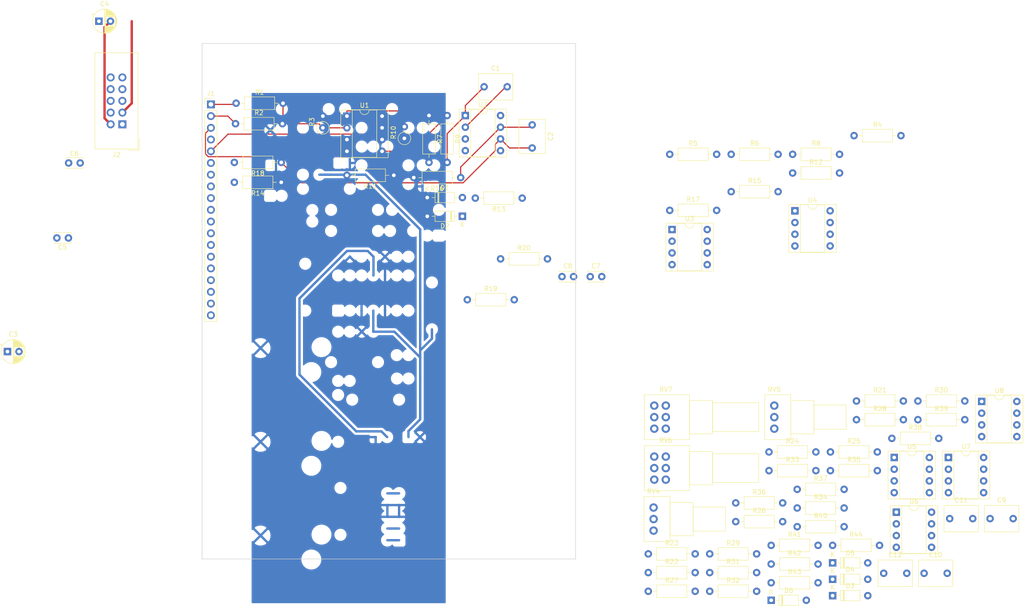
<source format=kicad_pcb>
(kicad_pcb (version 20171130) (host pcbnew 5.1.6-c6e7f7d~86~ubuntu20.04.1)
  (title_block (title Noise) (date 2019-10-20) (rev 01) (comment 1 "Original design by Yves Usson") (comment 2 "PCB for main circuit") (comment 4 "License CC BY 4.0 - Attribution 4.0 International"))
  (layers (0 F.Cu signal) (31 B.Cu signal hide) (34 B.Paste user) (35 F.Paste user) (36 B.SilkS user) (37 F.SilkS user) (38 B.Mask user) (39 F.Mask user) (44 Edge.Cuts user))
  (net 0 "")
  (net 1 GND)
  (net 2 +15V)
  (net 3 -15V)
  (net 4 +5V)
  (net 5 "Net-(D1-Pad2)")
  (net 6 "Net-(R1-Pad2)")
  (net 7 /VREF)
  (net 8 "Net-(R12-Pad2)")
  (net 9 "Net-(C1-Pad2)")
  (net 10 "Net-(C1-Pad1)")
  (net 11 "Net-(C2-Pad2)")
  (net 12 FREQ_2_b)
  (net 13 "Net-(C9-Pad2)")
  (net 14 "Net-(C9-Pad1)")
  (net 15 "Net-(C10-Pad2)")
  (net 16 "Net-(C10-Pad1)")
  (net 17 "Net-(C11-Pad2)")
  (net 18 OUT_2)
  (net 19 "Net-(C12-Pad2)")
  (net 20 OUT_3)
  (net 21 RES_1_a)
  (net 22 "Net-(D3-Pad2)")
  (net 23 "Net-(D3-Pad1)")
  (net 24 "Net-(D5-Pad2)")
  (net 25 "Net-(D5-Pad1)")
  (net 26 FREQ_2_a)
  (net 27 FREQ_1_b)
  (net 28 FREQ_1_a)
  (net 29 RES_2_b)
  (net 30 IN_1_b)
  (net 31 IN_1_a)
  (net 32 "Net-(R3-Pad2)")
  (net 33 "Net-(R4-Pad1)")
  (net 34 "Net-(R10-Pad1)")
  (net 35 "Net-(R12-Pad1)")
  (net 36 OUT)
  (net 37 "Net-(R17-Pad2)")
  (net 38 "Net-(R21-Pad2)")
  (net 39 "Net-(R23-Pad2)")
  (net 40 "Net-(R25-Pad2)")
  (net 41 "Net-(R26-Pad2)")
  (net 42 "Net-(R27-Pad1)")
  (net 43 "Net-(R29-Pad1)")
  (net 44 "Net-(R31-Pad1)")
  (net 45 "Net-(R32-Pad2)")
  (net 46 "Net-(R33-Pad1)")
  (net 47 "Net-(R34-Pad2)")
  (net 48 "Net-(R39-Pad2)")
  (net 49 "Net-(R40-Pad2)")
  (net 50 "Net-(R41-Pad2)")
  (net 51 "Net-(R42-Pad2)")
  (net 52 "Net-(R43-Pad2)")
  (net 53 "Net-(R44-Pad2)")
  (module Resistor_THT:R_Axial_DIN0207_L6.3mm_D2.5mm_P2.54mm_Vertical (layer F.Cu) (at 84.455 61.214 90)
    (fp_text reference R10 (at 1.27 -2.37 90) (layer F.SilkS))
    (fp_text value 10k)
    (pad 2 thru_hole oval (at 2.54 0 90) (size 1.6 1.6) (drill 0.8) (layers *.Cu *.Mask) (net 28 FREQ_1_a))
    (pad 1 thru_hole circle (at 0 0 90) (size 1.6 1.6) (drill 0.8) (layers *.Cu *.Mask) (net 34 "Net-(R10-Pad1)"))
  )
  (module Resistor_THT:R_Axial_DIN0207_L6.3mm_D2.5mm_P2.54mm_Vertical (layer F.Cu) (at 66.802 58.928 90)
    (fp_text reference R3 (at 1.27 -2.37 90) (layer F.SilkS))
    (fp_text value 47k)
    (pad 2 thru_hole oval (at 2.54 0 90) (size 1.6 1.6) (drill 0.8) (layers *.Cu *.Mask) (net 32 "Net-(R3-Pad2)"))
    (pad 1 thru_hole circle (at 0 0 90) (size 1.6 1.6) (drill 0.8) (layers *.Cu *.Mask) (net 6 "Net-(R1-Pad2)"))
  )
  (module Package_DIP:DIP-8_W7.62mm_Socket (layer F.Cu) (at 209.51 118.25)
    (fp_text reference U8 (at 3.81 -2.33) (layer F.SilkS))
    (fp_text value TL072)
    (pad 8 thru_hole oval (at 7.62 0) (size 1.6 1.6) (drill 0.8) (layers *.Cu *.Mask))
    (pad 4 thru_hole oval (at 0 7.62) (size 1.6 1.6) (drill 0.8) (layers *.Cu *.Mask))
    (pad 7 thru_hole oval (at 7.62 2.54) (size 1.6 1.6) (drill 0.8) (layers *.Cu *.Mask) (net 20 OUT_3))
    (pad 3 thru_hole oval (at 0 5.08) (size 1.6 1.6) (drill 0.8) (layers *.Cu *.Mask))
    (pad 6 thru_hole oval (at 7.62 5.08) (size 1.6 1.6) (drill 0.8) (layers *.Cu *.Mask) (net 19 "Net-(C12-Pad2)"))
    (pad 2 thru_hole oval (at 0 2.54) (size 1.6 1.6) (drill 0.8) (layers *.Cu *.Mask))
    (pad 5 thru_hole oval (at 7.62 7.62) (size 1.6 1.6) (drill 0.8) (layers *.Cu *.Mask) (net 1 GND))
    (pad 1 thru_hole rect (at 0 0) (size 1.6 1.6) (drill 0.8) (layers *.Cu *.Mask))
  )
  (module Package_DIP:DIP-8_W7.62mm_Socket (layer F.Cu) (at 202.31 130.4)
    (fp_text reference U7 (at 3.81 -2.33) (layer F.SilkS))
    (fp_text value TL072)
    (pad 8 thru_hole oval (at 7.62 0) (size 1.6 1.6) (drill 0.8) (layers *.Cu *.Mask))
    (pad 4 thru_hole oval (at 0 7.62) (size 1.6 1.6) (drill 0.8) (layers *.Cu *.Mask))
    (pad 7 thru_hole oval (at 7.62 2.54) (size 1.6 1.6) (drill 0.8) (layers *.Cu *.Mask) (net 18 OUT_2))
    (pad 3 thru_hole oval (at 0 5.08) (size 1.6 1.6) (drill 0.8) (layers *.Cu *.Mask))
    (pad 6 thru_hole oval (at 7.62 5.08) (size 1.6 1.6) (drill 0.8) (layers *.Cu *.Mask) (net 17 "Net-(C11-Pad2)"))
    (pad 2 thru_hole oval (at 0 2.54) (size 1.6 1.6) (drill 0.8) (layers *.Cu *.Mask))
    (pad 5 thru_hole oval (at 7.62 7.62) (size 1.6 1.6) (drill 0.8) (layers *.Cu *.Mask) (net 1 GND))
    (pad 1 thru_hole rect (at 0 0) (size 1.6 1.6) (drill 0.8) (layers *.Cu *.Mask))
  )
  (module Package_DIP:DIP-8_W7.62mm_Socket (layer F.Cu) (at 191.03 142.25)
    (fp_text reference U6 (at 3.81 -2.33) (layer F.SilkS))
    (fp_text value TL072)
    (pad 8 thru_hole oval (at 7.62 0) (size 1.6 1.6) (drill 0.8) (layers *.Cu *.Mask))
    (pad 4 thru_hole oval (at 0 7.62) (size 1.6 1.6) (drill 0.8) (layers *.Cu *.Mask))
    (pad 7 thru_hole oval (at 7.62 2.54) (size 1.6 1.6) (drill 0.8) (layers *.Cu *.Mask) (net 47 "Net-(R34-Pad2)"))
    (pad 3 thru_hole oval (at 0 5.08) (size 1.6 1.6) (drill 0.8) (layers *.Cu *.Mask) (net 1 GND))
    (pad 6 thru_hole oval (at 7.62 5.08) (size 1.6 1.6) (drill 0.8) (layers *.Cu *.Mask) (net 46 "Net-(R33-Pad1)"))
    (pad 2 thru_hole oval (at 0 2.54) (size 1.6 1.6) (drill 0.8) (layers *.Cu *.Mask) (net 15 "Net-(C10-Pad2)"))
    (pad 5 thru_hole oval (at 7.62 7.62) (size 1.6 1.6) (drill 0.8) (layers *.Cu *.Mask) (net 25 "Net-(D5-Pad1)"))
    (pad 1 thru_hole rect (at 0 0) (size 1.6 1.6) (drill 0.8) (layers *.Cu *.Mask) (net 16 "Net-(C10-Pad1)"))
  )
  (module Package_DIP:DIP-8_W7.62mm_Socket (layer F.Cu) (at 190.56 130.4)
    (fp_text reference U5 (at 3.81 -2.33) (layer F.SilkS))
    (fp_text value TL072)
    (pad 8 thru_hole oval (at 7.62 0) (size 1.6 1.6) (drill 0.8) (layers *.Cu *.Mask))
    (pad 4 thru_hole oval (at 0 7.62) (size 1.6 1.6) (drill 0.8) (layers *.Cu *.Mask))
    (pad 7 thru_hole oval (at 7.62 2.54) (size 1.6 1.6) (drill 0.8) (layers *.Cu *.Mask) (net 45 "Net-(R32-Pad2)"))
    (pad 3 thru_hole oval (at 0 5.08) (size 1.6 1.6) (drill 0.8) (layers *.Cu *.Mask) (net 1 GND))
    (pad 6 thru_hole oval (at 7.62 5.08) (size 1.6 1.6) (drill 0.8) (layers *.Cu *.Mask) (net 44 "Net-(R31-Pad1)"))
    (pad 2 thru_hole oval (at 0 2.54) (size 1.6 1.6) (drill 0.8) (layers *.Cu *.Mask) (net 13 "Net-(C9-Pad2)"))
    (pad 5 thru_hole oval (at 7.62 7.62) (size 1.6 1.6) (drill 0.8) (layers *.Cu *.Mask) (net 23 "Net-(D3-Pad1)"))
    (pad 1 thru_hole rect (at 0 0) (size 1.6 1.6) (drill 0.8) (layers *.Cu *.Mask) (net 14 "Net-(C9-Pad1)"))
  )
  (module Package_DIP:DIP-8_W7.62mm_Socket (layer F.Cu) (at 169.06 76.92)
    (fp_text reference U4 (at 3.81 -2.33) (layer F.SilkS))
    (fp_text value TL072)
    (pad 8 thru_hole oval (at 7.62 0) (size 1.6 1.6) (drill 0.8) (layers *.Cu *.Mask))
    (pad 4 thru_hole oval (at 0 7.62) (size 1.6 1.6) (drill 0.8) (layers *.Cu *.Mask))
    (pad 7 thru_hole oval (at 7.62 2.54) (size 1.6 1.6) (drill 0.8) (layers *.Cu *.Mask) (net 8 "Net-(R12-Pad2)"))
    (pad 3 thru_hole oval (at 0 5.08) (size 1.6 1.6) (drill 0.8) (layers *.Cu *.Mask) (net 1 GND))
    (pad 6 thru_hole oval (at 7.62 5.08) (size 1.6 1.6) (drill 0.8) (layers *.Cu *.Mask) (net 33 "Net-(R4-Pad1)"))
    (pad 2 thru_hole oval (at 0 2.54) (size 1.6 1.6) (drill 0.8) (layers *.Cu *.Mask) (net 39 "Net-(R23-Pad2)"))
    (pad 5 thru_hole oval (at 7.62 7.62) (size 1.6 1.6) (drill 0.8) (layers *.Cu *.Mask) (net 1 GND))
    (pad 1 thru_hole rect (at 0 0) (size 1.6 1.6) (drill 0.8) (layers *.Cu *.Mask) (net 41 "Net-(R26-Pad2)"))
  )
  (module Package_DIP:DIP-8_W7.62mm_Socket (layer F.Cu) (at 142.44 80.97)
    (fp_text reference U3 (at 3.81 -2.33) (layer F.SilkS))
    (fp_text value TL072)
    (pad 8 thru_hole oval (at 7.62 0) (size 1.6 1.6) (drill 0.8) (layers *.Cu *.Mask))
    (pad 4 thru_hole oval (at 0 7.62) (size 1.6 1.6) (drill 0.8) (layers *.Cu *.Mask))
    (pad 7 thru_hole oval (at 7.62 2.54) (size 1.6 1.6) (drill 0.8) (layers *.Cu *.Mask) (net 37 "Net-(R17-Pad2)"))
    (pad 3 thru_hole oval (at 0 5.08) (size 1.6 1.6) (drill 0.8) (layers *.Cu *.Mask) (net 1 GND))
    (pad 6 thru_hole oval (at 7.62 5.08) (size 1.6 1.6) (drill 0.8) (layers *.Cu *.Mask) (net 35 "Net-(R12-Pad1)"))
    (pad 2 thru_hole oval (at 0 2.54) (size 1.6 1.6) (drill 0.8) (layers *.Cu *.Mask) (net 38 "Net-(R21-Pad2)"))
    (pad 5 thru_hole oval (at 7.62 7.62) (size 1.6 1.6) (drill 0.8) (layers *.Cu *.Mask) (net 1 GND))
    (pad 1 thru_hole rect (at 0 0) (size 1.6 1.6) (drill 0.8) (layers *.Cu *.Mask) (net 40 "Net-(R25-Pad2)"))
  )
  (module Potentiometer_THT:Potentiometer_Alps_RK097_Dual_Horizontal (layer F.Cu) (at 141.09 124.15)
    (fp_text reference RV7 (at 0 -8.5) (layer F.SilkS))
    (fp_text value 100k)
    (pad 4 thru_hole circle (at -2.5 0) (size 1.8 1.8) (drill 1) (layers *.Cu *.Mask) (net 49 "Net-(R40-Pad2)"))
    (pad 5 thru_hole circle (at -2.5 -2.5) (size 1.8 1.8) (drill 1) (layers *.Cu *.Mask) (net 49 "Net-(R40-Pad2)"))
    (pad 6 thru_hole circle (at -2.5 -5) (size 1.8 1.8) (drill 1) (layers *.Cu *.Mask) (net 20 OUT_3))
    (pad 1 thru_hole circle (at 0 0) (size 1.8 1.8) (drill 1) (layers *.Cu *.Mask) (net 47 "Net-(R34-Pad2)"))
    (pad 2 thru_hole circle (at 0 -2.5) (size 1.8 1.8) (drill 1) (layers *.Cu *.Mask) (net 47 "Net-(R34-Pad2)"))
    (pad 3 thru_hole circle (at 0 -5) (size 1.8 1.8) (drill 1) (layers *.Cu *.Mask) (net 53 "Net-(R44-Pad2)"))
  )
  (module Potentiometer_THT:Potentiometer_Alps_RK097_Dual_Horizontal (layer F.Cu) (at 141.09 135.2)
    (fp_text reference RV6 (at 0 -8.5) (layer F.SilkS))
    (fp_text value 100k)
    (pad 4 thru_hole circle (at -2.5 0) (size 1.8 1.8) (drill 1) (layers *.Cu *.Mask) (net 48 "Net-(R39-Pad2)"))
    (pad 5 thru_hole circle (at -2.5 -2.5) (size 1.8 1.8) (drill 1) (layers *.Cu *.Mask) (net 48 "Net-(R39-Pad2)"))
    (pad 6 thru_hole circle (at -2.5 -5) (size 1.8 1.8) (drill 1) (layers *.Cu *.Mask) (net 18 OUT_2))
    (pad 1 thru_hole circle (at 0 0) (size 1.8 1.8) (drill 1) (layers *.Cu *.Mask) (net 45 "Net-(R32-Pad2)"))
    (pad 2 thru_hole circle (at 0 -2.5) (size 1.8 1.8) (drill 1) (layers *.Cu *.Mask) (net 45 "Net-(R32-Pad2)"))
    (pad 3 thru_hole circle (at 0 -5) (size 1.8 1.8) (drill 1) (layers *.Cu *.Mask) (net 52 "Net-(R43-Pad2)"))
  )
  (module Potentiometer_THT:Potentiometer_Alps_RK09Y11_Single_Horizontal (layer F.Cu) (at 164.59 124.15)
    (fp_text reference RV5 (at 0 -8.5) (layer F.SilkS))
    (fp_text value 50k)
    (pad 1 thru_hole circle (at 0 0) (size 1.8 1.8) (drill 1) (layers *.Cu *.Mask) (net 43 "Net-(R29-Pad1)"))
    (pad 2 thru_hole circle (at 0 -2.5) (size 1.8 1.8) (drill 1) (layers *.Cu *.Mask) (net 25 "Net-(D5-Pad1)"))
    (pad 3 thru_hole circle (at 0 -5) (size 1.8 1.8) (drill 1) (layers *.Cu *.Mask) (net 51 "Net-(R42-Pad2)"))
  )
  (module Potentiometer_THT:Potentiometer_Alps_RK09Y11_Single_Horizontal (layer F.Cu) (at 138.44 146.25)
    (fp_text reference RV4 (at 0 -8.5) (layer F.SilkS))
    (fp_text value 50k)
    (pad 1 thru_hole circle (at 0 0) (size 1.8 1.8) (drill 1) (layers *.Cu *.Mask) (net 42 "Net-(R27-Pad1)"))
    (pad 2 thru_hole circle (at 0 -2.5) (size 1.8 1.8) (drill 1) (layers *.Cu *.Mask) (net 23 "Net-(D3-Pad1)"))
    (pad 3 thru_hole circle (at 0 -5) (size 1.8 1.8) (drill 1) (layers *.Cu *.Mask) (net 50 "Net-(R41-Pad2)"))
  )
  (module Resistor_THT:R_Axial_DIN0207_L6.3mm_D2.5mm_P10.16mm_Horizontal (layer F.Cu) (at 177.22 149.45)
    (fp_text reference R44 (at 5.08 -2.37) (layer F.SilkS))
    (fp_text value 680)
    (pad 2 thru_hole oval (at 10.16 0) (size 1.6 1.6) (drill 0.8) (layers *.Cu *.Mask) (net 53 "Net-(R44-Pad2)"))
    (pad 1 thru_hole circle (at 0 0) (size 1.6 1.6) (drill 0.8) (layers *.Cu *.Mask) (net 19 "Net-(C12-Pad2)"))
  )
  (module Resistor_THT:R_Axial_DIN0207_L6.3mm_D2.5mm_P10.16mm_Horizontal (layer F.Cu) (at 163.91 157.55)
    (fp_text reference R43 (at 5.08 -2.37) (layer F.SilkS))
    (fp_text value 680)
    (pad 2 thru_hole oval (at 10.16 0) (size 1.6 1.6) (drill 0.8) (layers *.Cu *.Mask) (net 52 "Net-(R43-Pad2)"))
    (pad 1 thru_hole circle (at 0 0) (size 1.6 1.6) (drill 0.8) (layers *.Cu *.Mask) (net 17 "Net-(C11-Pad2)"))
  )
  (module Resistor_THT:R_Axial_DIN0207_L6.3mm_D2.5mm_P10.16mm_Horizontal (layer F.Cu) (at 163.91 153.5)
    (fp_text reference R42 (at 5.08 -2.37) (layer F.SilkS))
    (fp_text value 22k)
    (pad 2 thru_hole oval (at 10.16 0) (size 1.6 1.6) (drill 0.8) (layers *.Cu *.Mask) (net 51 "Net-(R42-Pad2)"))
    (pad 1 thru_hole circle (at 0 0) (size 1.6 1.6) (drill 0.8) (layers *.Cu *.Mask) (net 20 OUT_3))
  )
  (module Resistor_THT:R_Axial_DIN0207_L6.3mm_D2.5mm_P10.16mm_Horizontal (layer F.Cu) (at 163.91 149.45)
    (fp_text reference R41 (at 5.08 -2.37) (layer F.SilkS))
    (fp_text value 22k)
    (pad 2 thru_hole oval (at 10.16 0) (size 1.6 1.6) (drill 0.8) (layers *.Cu *.Mask) (net 50 "Net-(R41-Pad2)"))
    (pad 1 thru_hole circle (at 0 0) (size 1.6 1.6) (drill 0.8) (layers *.Cu *.Mask) (net 18 OUT_2))
  )
  (module Resistor_THT:R_Axial_DIN0207_L6.3mm_D2.5mm_P10.16mm_Horizontal (layer F.Cu) (at 169.55 145.4)
    (fp_text reference R40 (at 5.08 -2.37) (layer F.SilkS))
    (fp_text value 680)
    (pad 2 thru_hole oval (at 10.16 0) (size 1.6 1.6) (drill 0.8) (layers *.Cu *.Mask) (net 49 "Net-(R40-Pad2)"))
    (pad 1 thru_hole circle (at 0 0) (size 1.6 1.6) (drill 0.8) (layers *.Cu *.Mask) (net 15 "Net-(C10-Pad2)"))
  )
  (module Resistor_THT:R_Axial_DIN0207_L6.3mm_D2.5mm_P10.16mm_Horizontal (layer F.Cu) (at 195.7 122.2)
    (fp_text reference R39 (at 5.08 -2.37) (layer F.SilkS))
    (fp_text value 680)
    (pad 2 thru_hole oval (at 10.16 0) (size 1.6 1.6) (drill 0.8) (layers *.Cu *.Mask) (net 48 "Net-(R39-Pad2)"))
    (pad 1 thru_hole circle (at 0 0) (size 1.6 1.6) (drill 0.8) (layers *.Cu *.Mask) (net 13 "Net-(C9-Pad2)"))
  )
  (module Resistor_THT:R_Axial_DIN0207_L6.3mm_D2.5mm_P10.16mm_Horizontal (layer F.Cu) (at 190.06 126.25)
    (fp_text reference R38 (at 5.08 -2.37) (layer F.SilkS))
    (fp_text value 6k8)
    (pad 2 thru_hole oval (at 10.16 0) (size 1.6 1.6) (drill 0.8) (layers *.Cu *.Mask) (net 24 "Net-(D5-Pad2)"))
    (pad 1 thru_hole circle (at 0 0) (size 1.6 1.6) (drill 0.8) (layers *.Cu *.Mask) (net 20 OUT_3))
  )
  (module Resistor_THT:R_Axial_DIN0207_L6.3mm_D2.5mm_P10.16mm_Horizontal (layer F.Cu) (at 169.55 137.3)
    (fp_text reference R37 (at 5.08 -2.37) (layer F.SilkS))
    (fp_text value 6k8)
    (pad 2 thru_hole oval (at 10.16 0) (size 1.6 1.6) (drill 0.8) (layers *.Cu *.Mask) (net 22 "Net-(D3-Pad2)"))
    (pad 1 thru_hole circle (at 0 0) (size 1.6 1.6) (drill 0.8) (layers *.Cu *.Mask) (net 18 OUT_2))
  )
  (module Resistor_THT:R_Axial_DIN0207_L6.3mm_D2.5mm_P10.16mm_Horizontal (layer F.Cu) (at 156.24 140.25)
    (fp_text reference R36 (at 5.08 -2.37) (layer F.SilkS))
    (fp_text value 15k)
    (pad 2 thru_hole oval (at 10.16 0) (size 1.6 1.6) (drill 0.8) (layers *.Cu *.Mask) (net 1 GND))
    (pad 1 thru_hole circle (at 0 0) (size 1.6 1.6) (drill 0.8) (layers *.Cu *.Mask) (net 24 "Net-(D5-Pad2)"))
  )
  (module Resistor_THT:R_Axial_DIN0207_L6.3mm_D2.5mm_P10.16mm_Horizontal (layer F.Cu) (at 176.75 133.25)
    (fp_text reference R35 (at 5.08 -2.37) (layer F.SilkS))
    (fp_text value 15k)
    (pad 2 thru_hole oval (at 10.16 0) (size 1.6 1.6) (drill 0.8) (layers *.Cu *.Mask) (net 1 GND))
    (pad 1 thru_hole circle (at 0 0) (size 1.6 1.6) (drill 0.8) (layers *.Cu *.Mask) (net 22 "Net-(D3-Pad2)"))
  )
  (module Resistor_THT:R_Axial_DIN0207_L6.3mm_D2.5mm_P10.16mm_Horizontal (layer F.Cu) (at 169.55 141.35)
    (fp_text reference R34 (at 5.08 -2.37) (layer F.SilkS))
    (fp_text value 10k)
    (pad 2 thru_hole oval (at 10.16 0) (size 1.6 1.6) (drill 0.8) (layers *.Cu *.Mask) (net 47 "Net-(R34-Pad2)"))
    (pad 1 thru_hole circle (at 0 0) (size 1.6 1.6) (drill 0.8) (layers *.Cu *.Mask) (net 46 "Net-(R33-Pad1)"))
  )
  (module Resistor_THT:R_Axial_DIN0207_L6.3mm_D2.5mm_P10.16mm_Horizontal (layer F.Cu) (at 163.44 133.25)
    (fp_text reference R33 (at 5.08 -2.37) (layer F.SilkS))
    (fp_text value 10k)
    (pad 2 thru_hole oval (at 10.16 0) (size 1.6 1.6) (drill 0.8) (layers *.Cu *.Mask) (net 16 "Net-(C10-Pad1)"))
    (pad 1 thru_hole circle (at 0 0) (size 1.6 1.6) (drill 0.8) (layers *.Cu *.Mask) (net 46 "Net-(R33-Pad1)"))
  )
  (module Resistor_THT:R_Axial_DIN0207_L6.3mm_D2.5mm_P10.16mm_Horizontal (layer F.Cu) (at 150.6 159.4)
    (fp_text reference R32 (at 5.08 -2.37) (layer F.SilkS))
    (fp_text value 10k)
    (pad 2 thru_hole oval (at 10.16 0) (size 1.6 1.6) (drill 0.8) (layers *.Cu *.Mask) (net 45 "Net-(R32-Pad2)"))
    (pad 1 thru_hole circle (at 0 0) (size 1.6 1.6) (drill 0.8) (layers *.Cu *.Mask) (net 44 "Net-(R31-Pad1)"))
  )
  (module Resistor_THT:R_Axial_DIN0207_L6.3mm_D2.5mm_P10.16mm_Horizontal (layer F.Cu) (at 150.6 155.35)
    (fp_text reference R31 (at 5.08 -2.37) (layer F.SilkS))
    (fp_text value 10k)
    (pad 2 thru_hole oval (at 10.16 0) (size 1.6 1.6) (drill 0.8) (layers *.Cu *.Mask) (net 14 "Net-(C9-Pad1)"))
    (pad 1 thru_hole circle (at 0 0) (size 1.6 1.6) (drill 0.8) (layers *.Cu *.Mask) (net 44 "Net-(R31-Pad1)"))
  )
  (module Resistor_THT:R_Axial_DIN0207_L6.3mm_D2.5mm_P10.16mm_Horizontal (layer F.Cu) (at 195.7 118.15)
    (fp_text reference R30 (at 5.08 -2.37) (layer F.SilkS))
    (fp_text value 10k)
    (pad 2 thru_hole oval (at 10.16 0) (size 1.6 1.6) (drill 0.8) (layers *.Cu *.Mask) (net 25 "Net-(D5-Pad1)"))
    (pad 1 thru_hole circle (at 0 0) (size 1.6 1.6) (drill 0.8) (layers *.Cu *.Mask) (net 41 "Net-(R26-Pad2)"))
  )
  (module Resistor_THT:R_Axial_DIN0207_L6.3mm_D2.5mm_P10.16mm_Horizontal (layer F.Cu) (at 150.6 151.3)
    (fp_text reference R29 (at 5.08 -2.37) (layer F.SilkS))
    (fp_text value 4k7)
    (pad 2 thru_hole oval (at 10.16 0) (size 1.6 1.6) (drill 0.8) (layers *.Cu *.Mask) (net 1 GND))
    (pad 1 thru_hole circle (at 0 0) (size 1.6 1.6) (drill 0.8) (layers *.Cu *.Mask) (net 43 "Net-(R29-Pad1)"))
  )
  (module Resistor_THT:R_Axial_DIN0207_L6.3mm_D2.5mm_P10.16mm_Horizontal (layer F.Cu) (at 182.39 122.2)
    (fp_text reference R28 (at 5.08 -2.37) (layer F.SilkS))
    (fp_text value 10k)
    (pad 2 thru_hole oval (at 10.16 0) (size 1.6 1.6) (drill 0.8) (layers *.Cu *.Mask) (net 23 "Net-(D3-Pad1)"))
    (pad 1 thru_hole circle (at 0 0) (size 1.6 1.6) (drill 0.8) (layers *.Cu *.Mask) (net 40 "Net-(R25-Pad2)"))
  )
  (module Resistor_THT:R_Axial_DIN0207_L6.3mm_D2.5mm_P10.16mm_Horizontal (layer F.Cu) (at 137.29 159.4)
    (fp_text reference R27 (at 5.08 -2.37) (layer F.SilkS))
    (fp_text value 4k7)
    (pad 2 thru_hole oval (at 10.16 0) (size 1.6 1.6) (drill 0.8) (layers *.Cu *.Mask) (net 1 GND))
    (pad 1 thru_hole circle (at 0 0) (size 1.6 1.6) (drill 0.8) (layers *.Cu *.Mask) (net 42 "Net-(R27-Pad1)"))
  )
  (module Resistor_THT:R_Axial_DIN0207_L6.3mm_D2.5mm_P10.16mm_Horizontal (layer F.Cu) (at 156.24 144.3)
    (fp_text reference R26 (at 5.08 -2.37) (layer F.SilkS))
    (fp_text value 47k)
    (pad 2 thru_hole oval (at 10.16 0) (size 1.6 1.6) (drill 0.8) (layers *.Cu *.Mask) (net 41 "Net-(R26-Pad2)"))
    (pad 1 thru_hole circle (at 0 0) (size 1.6 1.6) (drill 0.8) (layers *.Cu *.Mask) (net 39 "Net-(R23-Pad2)"))
  )
  (module Resistor_THT:R_Axial_DIN0207_L6.3mm_D2.5mm_P10.16mm_Horizontal (layer F.Cu) (at 176.75 129.2)
    (fp_text reference R25 (at 5.08 -2.37) (layer F.SilkS))
    (fp_text value 47k)
    (pad 2 thru_hole oval (at 10.16 0) (size 1.6 1.6) (drill 0.8) (layers *.Cu *.Mask) (net 40 "Net-(R25-Pad2)"))
    (pad 1 thru_hole circle (at 0 0) (size 1.6 1.6) (drill 0.8) (layers *.Cu *.Mask) (net 38 "Net-(R21-Pad2)"))
  )
  (module Resistor_THT:R_Axial_DIN0207_L6.3mm_D2.5mm_P10.16mm_Horizontal (layer F.Cu) (at 163.44 129.2)
    (fp_text reference R24 (at 5.08 -2.37) (layer F.SilkS))
    (fp_text value 47k)
    (pad 2 thru_hole oval (at 10.16 0) (size 1.6 1.6) (drill 0.8) (layers *.Cu *.Mask) (net 39 "Net-(R23-Pad2)"))
    (pad 1 thru_hole circle (at 0 0) (size 1.6 1.6) (drill 0.8) (layers *.Cu *.Mask))
  )
  (module Resistor_THT:R_Axial_DIN0207_L6.3mm_D2.5mm_P10.16mm_Horizontal (layer F.Cu) (at 137.29 151.3)
    (fp_text reference R23 (at 5.08 -2.37) (layer F.SilkS))
    (fp_text value 47k)
    (pad 2 thru_hole oval (at 10.16 0) (size 1.6 1.6) (drill 0.8) (layers *.Cu *.Mask) (net 39 "Net-(R23-Pad2)"))
    (pad 1 thru_hole circle (at 0 0) (size 1.6 1.6) (drill 0.8) (layers *.Cu *.Mask))
  )
  (module Resistor_THT:R_Axial_DIN0207_L6.3mm_D2.5mm_P10.16mm_Horizontal (layer F.Cu) (at 137.29 155.35)
    (fp_text reference R22 (at 5.08 -2.37) (layer F.SilkS))
    (fp_text value 47k)
    (pad 2 thru_hole oval (at 10.16 0) (size 1.6 1.6) (drill 0.8) (layers *.Cu *.Mask) (net 38 "Net-(R21-Pad2)"))
    (pad 1 thru_hole circle (at 0 0) (size 1.6 1.6) (drill 0.8) (layers *.Cu *.Mask))
  )
  (module Resistor_THT:R_Axial_DIN0207_L6.3mm_D2.5mm_P10.16mm_Horizontal (layer F.Cu) (at 182.39 118.15)
    (fp_text reference R21 (at 5.08 -2.37) (layer F.SilkS))
    (fp_text value 47k)
    (pad 2 thru_hole oval (at 10.16 0) (size 1.6 1.6) (drill 0.8) (layers *.Cu *.Mask) (net 38 "Net-(R21-Pad2)"))
    (pad 1 thru_hole circle (at 0 0) (size 1.6 1.6) (drill 0.8) (layers *.Cu *.Mask))
  )
  (module Resistor_THT:R_Axial_DIN0207_L6.3mm_D2.5mm_P10.16mm_Horizontal (layer F.Cu) (at 57.785 66.421 180)
    (fp_text reference R18 (at 5.08 -2.37) (layer F.SilkS))
    (fp_text value 680)
    (pad 2 thru_hole oval (at 10.16 0 180) (size 1.6 1.6) (drill 0.8) (layers *.Cu *.Mask) (net 27 FREQ_1_b))
    (pad 1 thru_hole circle (at 0 0 180) (size 1.6 1.6) (drill 0.8) (layers *.Cu *.Mask) (net 11 "Net-(C2-Pad2)"))
  )
  (module Resistor_THT:R_Axial_DIN0207_L6.3mm_D2.5mm_P10.16mm_Horizontal (layer F.Cu) (at 141.94 76.82)
    (fp_text reference R17 (at 5.08 -2.37) (layer F.SilkS))
    (fp_text value 100k)
    (pad 2 thru_hole oval (at 10.16 0) (size 1.6 1.6) (drill 0.8) (layers *.Cu *.Mask) (net 37 "Net-(R17-Pad2)"))
    (pad 1 thru_hole circle (at 0 0) (size 1.6 1.6) (drill 0.8) (layers *.Cu *.Mask) (net 36 OUT))
  )
  (module Resistor_THT:R_Axial_DIN0207_L6.3mm_D2.5mm_P10.16mm_Horizontal (layer F.Cu) (at 96.647 69.723 180)
    (fp_text reference R16 (at 5.08 -2.37) (layer F.SilkS))
    (fp_text value 22k)
    (pad 2 thru_hole oval (at 10.16 0 180) (size 1.6 1.6) (drill 0.8) (layers *.Cu *.Mask) (net 29 RES_2_b))
    (pad 1 thru_hole circle (at 0 0 180) (size 1.6 1.6) (drill 0.8) (layers *.Cu *.Mask) (net 12 FREQ_2_b))
  )
  (module Resistor_THT:R_Axial_DIN0207_L6.3mm_D2.5mm_P10.16mm_Horizontal (layer F.Cu) (at 155.25 72.77)
    (fp_text reference R15 (at 5.08 -2.37) (layer F.SilkS))
    (fp_text value 100k)
    (pad 2 thru_hole oval (at 10.16 0) (size 1.6 1.6) (drill 0.8) (layers *.Cu *.Mask) (net 35 "Net-(R12-Pad1)"))
    (pad 1 thru_hole circle (at 0 0) (size 1.6 1.6) (drill 0.8) (layers *.Cu *.Mask) (net 36 OUT))
  )
  (module Resistor_THT:R_Axial_DIN0207_L6.3mm_D2.5mm_P10.16mm_Horizontal (layer F.Cu) (at 57.785 70.739 180)
    (fp_text reference R14 (at 5.08 -2.37) (layer F.SilkS))
    (fp_text value 680)
    (pad 2 thru_hole oval (at 10.16 0 180) (size 1.6 1.6) (drill 0.8) (layers *.Cu *.Mask) (net 26 FREQ_2_a))
    (pad 1 thru_hole circle (at 0 0 180) (size 1.6 1.6) (drill 0.8) (layers *.Cu *.Mask) (net 9 "Net-(C1-Pad2)"))
  )
  (module Resistor_THT:R_Axial_DIN0207_L6.3mm_D2.5mm_P10.16mm_Horizontal (layer F.Cu) (at 109.982 74.168 180)
    (fp_text reference R13 (at 5.08 -2.37) (layer F.SilkS))
    (fp_text value 6k8)
    (pad 2 thru_hole oval (at 10.16 0 180) (size 1.6 1.6) (drill 0.8) (layers *.Cu *.Mask) (net 5 "Net-(D1-Pad2)"))
    (pad 1 thru_hole circle (at 0 0 180) (size 1.6 1.6) (drill 0.8) (layers *.Cu *.Mask) (net 12 FREQ_2_b))
  )
  (module Resistor_THT:R_Axial_DIN0207_L6.3mm_D2.5mm_P10.16mm_Horizontal (layer F.Cu) (at 168.56 68.72)
    (fp_text reference R12 (at 5.08 -2.37) (layer F.SilkS))
    (fp_text value 100k)
    (pad 2 thru_hole oval (at 10.16 0) (size 1.6 1.6) (drill 0.8) (layers *.Cu *.Mask) (net 8 "Net-(R12-Pad2)"))
    (pad 1 thru_hole circle (at 0 0) (size 1.6 1.6) (drill 0.8) (layers *.Cu *.Mask) (net 35 "Net-(R12-Pad1)"))
  )
  (module Resistor_THT:R_Axial_DIN0207_L6.3mm_D2.5mm_P10.16mm_Horizontal (layer F.Cu) (at 82.169 69.215 180)
    (fp_text reference R11 (at 5.08 -2.37) (layer F.SilkS))
    (fp_text value 15k)
    (pad 2 thru_hole oval (at 10.16 0 180) (size 1.6 1.6) (drill 0.8) (layers *.Cu *.Mask) (net 1 GND))
    (pad 1 thru_hole circle (at 0 0 180) (size 1.6 1.6) (drill 0.8) (layers *.Cu *.Mask) (net 5 "Net-(D1-Pad2)"))
  )
  (module Resistor_THT:R_Axial_DIN0207_L6.3mm_D2.5mm_P10.16mm_Horizontal (layer F.Cu) (at 93.726 56.261 270)
    (fp_text reference R9 (at 5.08 -2.37 90) (layer F.SilkS))
    (fp_text value 10k)
    (pad 2 thru_hole oval (at 10.16 0 270) (size 1.6 1.6) (drill 0.8) (layers *.Cu *.Mask) (net 10 "Net-(C1-Pad1)"))
    (pad 1 thru_hole circle (at 0 0 270) (size 1.6 1.6) (drill 0.8) (layers *.Cu *.Mask) (net 34 "Net-(R10-Pad1)"))
  )
  (module Resistor_THT:R_Axial_DIN0207_L6.3mm_D2.5mm_P10.16mm_Horizontal (layer F.Cu) (at 168.56 64.67)
    (fp_text reference R8 (at 5.08 -2.37) (layer F.SilkS))
    (fp_text value 100k)
    (pad 2 thru_hole oval (at 10.16 0) (size 1.6 1.6) (drill 0.8) (layers *.Cu *.Mask) (net 33 "Net-(R4-Pad1)"))
    (pad 1 thru_hole circle (at 0 0) (size 1.6 1.6) (drill 0.8) (layers *.Cu *.Mask) (net 8 "Net-(R12-Pad2)"))
  )
  (module Resistor_THT:R_Axial_DIN0207_L6.3mm_D2.5mm_P10.16mm_Horizontal (layer F.Cu) (at 89.789 56.261 270)
    (fp_text reference R7 (at 5.08 -2.37 90) (layer F.SilkS))
    (fp_text value 10k)
    (pad 2 thru_hole oval (at 10.16 0 270) (size 1.6 1.6) (drill 0.8) (layers *.Cu *.Mask) (net 21 RES_1_a))
    (pad 1 thru_hole circle (at 0 0 270) (size 1.6 1.6) (drill 0.8) (layers *.Cu *.Mask) (net 32 "Net-(R3-Pad2)"))
  )
  (module Resistor_THT:R_Axial_DIN0207_L6.3mm_D2.5mm_P10.16mm_Horizontal (layer F.Cu) (at 155.25 64.67)
    (fp_text reference R6 (at 5.08 -2.37) (layer F.SilkS))
    (fp_text value 100k)
    (pad 2 thru_hole oval (at 10.16 0) (size 1.6 1.6) (drill 0.8) (layers *.Cu *.Mask))
    (pad 1 thru_hole circle (at 0 0) (size 1.6 1.6) (drill 0.8) (layers *.Cu *.Mask) (net 33 "Net-(R4-Pad1)"))
  )
  (module Resistor_THT:R_Axial_DIN0207_L6.3mm_D2.5mm_P10.16mm_Horizontal (layer F.Cu) (at 141.94 64.67)
    (fp_text reference R5 (at 5.08 -2.37) (layer F.SilkS))
    (fp_text value 100k)
    (pad 2 thru_hole oval (at 10.16 0) (size 1.6 1.6) (drill 0.8) (layers *.Cu *.Mask))
    (pad 1 thru_hole circle (at 0 0) (size 1.6 1.6) (drill 0.8) (layers *.Cu *.Mask) (net 33 "Net-(R4-Pad1)"))
  )
  (module Resistor_THT:R_Axial_DIN0207_L6.3mm_D2.5mm_P10.16mm_Horizontal (layer F.Cu) (at 181.87 60.62)
    (fp_text reference R4 (at 5.08 -2.37) (layer F.SilkS))
    (fp_text value 100k)
    (pad 2 thru_hole oval (at 10.16 0) (size 1.6 1.6) (drill 0.8) (layers *.Cu *.Mask))
    (pad 1 thru_hole circle (at 0 0) (size 1.6 1.6) (drill 0.8) (layers *.Cu *.Mask) (net 33 "Net-(R4-Pad1)"))
  )
  (module Resistor_THT:R_Axial_DIN0207_L6.3mm_D2.5mm_P10.16mm_Horizontal (layer F.Cu) (at 47.879 58.039)
    (fp_text reference R2 (at 5.08 -2.37) (layer F.SilkS))
    (fp_text value 47k)
    (pad 2 thru_hole oval (at 10.16 0) (size 1.6 1.6) (drill 0.8) (layers *.Cu *.Mask) (net 6 "Net-(R1-Pad2)"))
    (pad 1 thru_hole circle (at 0 0) (size 1.6 1.6) (drill 0.8) (layers *.Cu *.Mask) (net 30 IN_1_b))
  )
  (module Resistor_THT:R_Axial_DIN0207_L6.3mm_D2.5mm_P10.16mm_Horizontal (layer F.Cu) (at 48.006 53.594)
    (fp_text reference R1 (at 5.08 -2.37) (layer F.SilkS))
    (fp_text value 47k)
    (pad 2 thru_hole oval (at 10.16 0) (size 1.6 1.6) (drill 0.8) (layers *.Cu *.Mask) (net 6 "Net-(R1-Pad2)"))
    (pad 1 thru_hole circle (at 0 0) (size 1.6 1.6) (drill 0.8) (layers *.Cu *.Mask) (net 31 IN_1_a))
  )
  (module Connector_PinHeader_2.54mm:PinHeader_1x19_P2.54mm_Vertical (layer F.Cu) (at 42.545 53.848)
    (fp_text reference J1 (at 0 -2.33) (layer F.SilkS))
    (fp_text value Conn_01x19_Female)
    (pad 19 thru_hole oval (at 0 45.72) (size 1.7 1.7) (drill 1) (layers *.Cu *.Mask))
    (pad 18 thru_hole oval (at 0 43.18) (size 1.7 1.7) (drill 1) (layers *.Cu *.Mask))
    (pad 17 thru_hole oval (at 0 40.64) (size 1.7 1.7) (drill 1) (layers *.Cu *.Mask))
    (pad 16 thru_hole oval (at 0 38.1) (size 1.7 1.7) (drill 1) (layers *.Cu *.Mask))
    (pad 15 thru_hole oval (at 0 35.56) (size 1.7 1.7) (drill 1) (layers *.Cu *.Mask))
    (pad 14 thru_hole oval (at 0 33.02) (size 1.7 1.7) (drill 1) (layers *.Cu *.Mask))
    (pad 13 thru_hole oval (at 0 30.48) (size 1.7 1.7) (drill 1) (layers *.Cu *.Mask))
    (pad 12 thru_hole oval (at 0 27.94) (size 1.7 1.7) (drill 1) (layers *.Cu *.Mask))
    (pad 11 thru_hole oval (at 0 25.4) (size 1.7 1.7) (drill 1) (layers *.Cu *.Mask))
    (pad 10 thru_hole oval (at 0 22.86) (size 1.7 1.7) (drill 1) (layers *.Cu *.Mask))
    (pad 9 thru_hole oval (at 0 20.32) (size 1.7 1.7) (drill 1) (layers *.Cu *.Mask) (net 12 FREQ_2_b))
    (pad 8 thru_hole oval (at 0 17.78) (size 1.7 1.7) (drill 1) (layers *.Cu *.Mask) (net 12 FREQ_2_b))
    (pad 7 thru_hole oval (at 0 15.24) (size 1.7 1.7) (drill 1) (layers *.Cu *.Mask) (net 26 FREQ_2_a))
    (pad 6 thru_hole oval (at 0 12.7) (size 1.7 1.7) (drill 1) (layers *.Cu *.Mask) (net 27 FREQ_1_b))
    (pad 5 thru_hole oval (at 0 10.16) (size 1.7 1.7) (drill 1) (layers *.Cu *.Mask) (net 28 FREQ_1_a))
    (pad 4 thru_hole oval (at 0 7.62) (size 1.7 1.7) (drill 1) (layers *.Cu *.Mask) (net 29 RES_2_b))
    (pad 3 thru_hole oval (at 0 5.08) (size 1.7 1.7) (drill 1) (layers *.Cu *.Mask) (net 21 RES_1_a))
    (pad 2 thru_hole oval (at 0 2.54) (size 1.7 1.7) (drill 1) (layers *.Cu *.Mask) (net 30 IN_1_b))
    (pad 1 thru_hole rect (at 0 0) (size 1.7 1.7) (drill 1) (layers *.Cu *.Mask) (net 31 IN_1_a))
  )
  (module Diode_THT:D_DO-35_SOD27_P7.62mm_Horizontal (layer F.Cu) (at 163.91 161.35)
    (fp_text reference D6 (at 3.81 -2.12) (layer F.SilkS))
    (fp_text value 1N4148)
    (fp_text user K (at 0 -1.8) (layer F.SilkS))
    (pad 2 thru_hole oval (at 7.62 0) (size 1.6 1.6) (drill 0.8) (layers *.Cu *.Mask) (net 25 "Net-(D5-Pad1)"))
    (pad 1 thru_hole rect (at 0 0) (size 1.6 1.6) (drill 0.8) (layers *.Cu *.Mask) (net 24 "Net-(D5-Pad2)"))
  )
  (module Diode_THT:D_DO-35_SOD27_P7.62mm_Horizontal (layer F.Cu) (at 177.22 153.25)
    (fp_text reference D5 (at 3.81 -2.12) (layer F.SilkS))
    (fp_text value 1N4148)
    (fp_text user K (at 0 -1.8) (layer F.SilkS))
    (pad 2 thru_hole oval (at 7.62 0) (size 1.6 1.6) (drill 0.8) (layers *.Cu *.Mask) (net 24 "Net-(D5-Pad2)"))
    (pad 1 thru_hole rect (at 0 0) (size 1.6 1.6) (drill 0.8) (layers *.Cu *.Mask) (net 25 "Net-(D5-Pad1)"))
  )
  (module Diode_THT:D_DO-35_SOD27_P7.62mm_Horizontal (layer F.Cu) (at 177.22 156.8)
    (fp_text reference D4 (at 3.81 -2.12) (layer F.SilkS))
    (fp_text value 1N4148)
    (fp_text user K (at 0 -1.8) (layer F.SilkS))
    (pad 2 thru_hole oval (at 7.62 0) (size 1.6 1.6) (drill 0.8) (layers *.Cu *.Mask) (net 23 "Net-(D3-Pad1)"))
    (pad 1 thru_hole rect (at 0 0) (size 1.6 1.6) (drill 0.8) (layers *.Cu *.Mask) (net 22 "Net-(D3-Pad2)"))
  )
  (module Diode_THT:D_DO-35_SOD27_P7.62mm_Horizontal (layer F.Cu) (at 177.22 160.35)
    (fp_text reference D3 (at 3.81 -2.12) (layer F.SilkS))
    (fp_text value 1N4148)
    (fp_text user K (at 0 -1.8) (layer F.SilkS))
    (pad 2 thru_hole oval (at 7.62 0) (size 1.6 1.6) (drill 0.8) (layers *.Cu *.Mask) (net 22 "Net-(D3-Pad2)"))
    (pad 1 thru_hole rect (at 0 0) (size 1.6 1.6) (drill 0.8) (layers *.Cu *.Mask) (net 23 "Net-(D3-Pad1)"))
  )
  (module Diode_THT:D_DO-35_SOD27_P7.62mm_Horizontal (layer F.Cu) (at 97.028 78.105 180)
    (fp_text reference D2 (at 3.81 -2.12) (layer F.SilkS))
    (fp_text value 1N4148)
    (fp_text user K (at 0 -1.8) (layer F.SilkS))
    (pad 2 thru_hole oval (at 7.62 0 180) (size 1.6 1.6) (drill 0.8) (layers *.Cu *.Mask) (net 21 RES_1_a))
    (pad 1 thru_hole rect (at 0 0 180) (size 1.6 1.6) (drill 0.8) (layers *.Cu *.Mask) (net 5 "Net-(D1-Pad2)"))
  )
  (module Diode_THT:D_DO-35_SOD27_P7.62mm_Horizontal (layer F.Cu) (at 89.408 74.041)
    (fp_text reference D1 (at 3.81 -2.12) (layer F.SilkS))
    (fp_text value 1N4148)
    (fp_text user K (at 0 -1.8) (layer F.SilkS))
    (pad 2 thru_hole oval (at 7.62 0) (size 1.6 1.6) (drill 0.8) (layers *.Cu *.Mask) (net 5 "Net-(D1-Pad2)"))
    (pad 1 thru_hole rect (at 0 0) (size 1.6 1.6) (drill 0.8) (layers *.Cu *.Mask) (net 21 RES_1_a))
  )
  (module Capacitor_THT:C_Rect_L7.2mm_W5.5mm_P5.00mm_FKS2_FKP2_MKS2_MKP2 (layer F.Cu) (at 188.29 155.5)
    (fp_text reference C12 (at 2.5 -4) (layer F.SilkS))
    (fp_text value 22n)
    (pad 2 thru_hole circle (at 5 0) (size 1.6 1.6) (drill 0.8) (layers *.Cu *.Mask) (net 19 "Net-(C12-Pad2)"))
    (pad 1 thru_hole circle (at 0 0) (size 1.6 1.6) (drill 0.8) (layers *.Cu *.Mask) (net 20 OUT_3))
  )
  (module Capacitor_THT:C_Rect_L7.2mm_W5.5mm_P5.00mm_FKS2_FKP2_MKS2_MKP2 (layer F.Cu) (at 202.58 143.65)
    (fp_text reference C11 (at 2.5 -4) (layer F.SilkS))
    (fp_text value 22n)
    (pad 2 thru_hole circle (at 5 0) (size 1.6 1.6) (drill 0.8) (layers *.Cu *.Mask) (net 17 "Net-(C11-Pad2)"))
    (pad 1 thru_hole circle (at 0 0) (size 1.6 1.6) (drill 0.8) (layers *.Cu *.Mask) (net 18 OUT_2))
  )
  (module Capacitor_THT:C_Rect_L7.2mm_W5.5mm_P5.00mm_FKS2_FKP2_MKS2_MKP2 (layer F.Cu) (at 197.04 155.5)
    (fp_text reference C10 (at 2.5 -4) (layer F.SilkS))
    (fp_text value 22n)
    (pad 2 thru_hole circle (at 5 0) (size 1.6 1.6) (drill 0.8) (layers *.Cu *.Mask) (net 15 "Net-(C10-Pad2)"))
    (pad 1 thru_hole circle (at 0 0) (size 1.6 1.6) (drill 0.8) (layers *.Cu *.Mask) (net 16 "Net-(C10-Pad1)"))
  )
  (module Capacitor_THT:C_Rect_L7.2mm_W5.5mm_P5.00mm_FKS2_FKP2_MKS2_MKP2 (layer F.Cu) (at 211.33 143.65)
    (fp_text reference C9 (at 2.5 -4) (layer F.SilkS))
    (fp_text value 22n)
    (pad 2 thru_hole circle (at 5 0) (size 1.6 1.6) (drill 0.8) (layers *.Cu *.Mask) (net 13 "Net-(C9-Pad2)"))
    (pad 1 thru_hole circle (at 0 0) (size 1.6 1.6) (drill 0.8) (layers *.Cu *.Mask) (net 14 "Net-(C9-Pad1)"))
  )
  (module Capacitor_THT:C_Rect_L7.2mm_W5.5mm_P5.00mm_FKS2_FKP2_MKS2_MKP2 (layer F.Cu) (at 112.141 58.293 270)
    (fp_text reference C2 (at 2.5 -4 90) (layer F.SilkS))
    (fp_text value 22n)
    (pad 2 thru_hole circle (at 5 0 270) (size 1.6 1.6) (drill 0.8) (layers *.Cu *.Mask) (net 11 "Net-(C2-Pad2)"))
    (pad 1 thru_hole circle (at 0 0 270) (size 1.6 1.6) (drill 0.8) (layers *.Cu *.Mask) (net 12 FREQ_2_b))
  )
  (module Capacitor_THT:C_Rect_L7.2mm_W5.5mm_P5.00mm_FKS2_FKP2_MKS2_MKP2 (layer F.Cu) (at 101.727 50.038)
    (fp_text reference C1 (at 2.5 -4) (layer F.SilkS))
    (fp_text value 22n)
    (pad 2 thru_hole circle (at 5 0) (size 1.6 1.6) (drill 0.8) (layers *.Cu *.Mask) (net 9 "Net-(C1-Pad2)"))
    (pad 1 thru_hole circle (at 0 0) (size 1.6 1.6) (drill 0.8) (layers *.Cu *.Mask) (net 10 "Net-(C1-Pad1)"))
  )
  (module Package_DIP:DIP-8_W7.62mm_Socket (layer F.Cu) (at 97.663 56.261)
    (fp_text reference U2 (at 3.81 -2.33) (layer F.SilkS))
    (fp_text value TL072)
    (pad 8 thru_hole oval (at 7.62 0) (size 1.6 1.6) (drill 0.8) (layers *.Cu *.Mask) (net 2 +15V))
    (pad 4 thru_hole oval (at 0 7.62) (size 1.6 1.6) (drill 0.8) (layers *.Cu *.Mask) (net 3 -15V))
    (pad 7 thru_hole oval (at 7.62 2.54) (size 1.6 1.6) (drill 0.8) (layers *.Cu *.Mask) (net 12 FREQ_2_b))
    (pad 3 thru_hole oval (at 0 5.08) (size 1.6 1.6) (drill 0.8) (layers *.Cu *.Mask) (net 1 GND))
    (pad 6 thru_hole oval (at 7.62 5.08) (size 1.6 1.6) (drill 0.8) (layers *.Cu *.Mask) (net 11 "Net-(C2-Pad2)"))
    (pad 2 thru_hole oval (at 0 2.54) (size 1.6 1.6) (drill 0.8) (layers *.Cu *.Mask) (net 9 "Net-(C1-Pad2)"))
    (pad 5 thru_hole oval (at 7.62 7.62) (size 1.6 1.6) (drill 0.8) (layers *.Cu *.Mask) (net 1 GND))
    (pad 1 thru_hole rect (at 0 0) (size 1.6 1.6) (drill 0.8) (layers *.Cu *.Mask) (net 10 "Net-(C1-Pad1)"))
  )
  (module Package_DIP:DIP-8_W7.62mm_Socket (layer F.Cu) (at 72.009 56.388)
    (fp_text reference U1 (at 3.81 -2.33) (layer F.SilkS))
    (fp_text value TL072)
    (pad 8 thru_hole oval (at 7.62 0) (size 1.6 1.6) (drill 0.8) (layers *.Cu *.Mask) (net 2 +15V))
    (pad 4 thru_hole oval (at 0 7.62) (size 1.6 1.6) (drill 0.8) (layers *.Cu *.Mask) (net 3 -15V))
    (pad 7 thru_hole oval (at 7.62 2.54) (size 1.6 1.6) (drill 0.8) (layers *.Cu *.Mask) (net 28 FREQ_1_a))
    (pad 3 thru_hole oval (at 0 5.08) (size 1.6 1.6) (drill 0.8) (layers *.Cu *.Mask) (net 1 GND))
    (pad 6 thru_hole oval (at 7.62 5.08) (size 1.6 1.6) (drill 0.8) (layers *.Cu *.Mask) (net 34 "Net-(R10-Pad1)"))
    (pad 2 thru_hole oval (at 0 2.54) (size 1.6 1.6) (drill 0.8) (layers *.Cu *.Mask) (net 6 "Net-(R1-Pad2)"))
    (pad 5 thru_hole oval (at 7.62 7.62) (size 1.6 1.6) (drill 0.8) (layers *.Cu *.Mask) (net 21 RES_1_a))
    (pad 1 thru_hole rect (at 0 0) (size 1.6 1.6) (drill 0.8) (layers *.Cu *.Mask) (net 32 "Net-(R3-Pad2)"))
  )
  (module Resistor_THT:R_Axial_DIN0207_L6.3mm_D2.5mm_P10.16mm_Horizontal (layer F.Cu) (at 105.294 87.336)
    (fp_text reference R20 (at 5.08 -2.37) (layer F.SilkS))
    (fp_text value 15k)
    (pad 2 thru_hole oval (at 10.16 0) (size 1.6 1.6) (drill 0.8) (layers *.Cu *.Mask) (net 7 /VREF))
    (pad 1 thru_hole circle (at 0 0) (size 1.6 1.6) (drill 0.8) (layers *.Cu *.Mask) (net 1 GND))
  )
  (module Resistor_THT:R_Axial_DIN0207_L6.3mm_D2.5mm_P10.16mm_Horizontal (layer F.Cu) (at 98.094 96.196)
    (fp_text reference R19 (at 5.08 -2.37) (layer F.SilkS))
    (fp_text value 100k)
    (pad 2 thru_hole oval (at 10.16 0) (size 1.6 1.6) (drill 0.8) (layers *.Cu *.Mask) (net 2 +15V))
    (pad 1 thru_hole circle (at 0 0) (size 1.6 1.6) (drill 0.8) (layers *.Cu *.Mask) (net 7 /VREF))
  )
  (module Capacitor_THT:C_Disc_D3.4mm_W2.1mm_P2.50mm (layer F.Cu) (at 118.604 91.186)
    (fp_text reference C8 (at 1.25 -2.3) (layer F.SilkS))
    (fp_text value 0.1u)
    (pad 2 thru_hole circle (at 2.5 0) (size 1.6 1.6) (drill 0.8) (layers *.Cu *.Mask) (net 3 -15V))
    (pad 1 thru_hole circle (at 0 0) (size 1.6 1.6) (drill 0.8) (layers *.Cu *.Mask) (net 1 GND))
  )
  (module Capacitor_THT:C_Disc_D3.4mm_W2.1mm_P2.50mm (layer F.Cu) (at 124.714 91.186)
    (fp_text reference C7 (at 1.25 -2.3) (layer F.SilkS))
    (fp_text value 0.1u)
    (pad 2 thru_hole circle (at 2.5 0) (size 1.6 1.6) (drill 0.8) (layers *.Cu *.Mask) (net 1 GND))
    (pad 1 thru_hole circle (at 0 0) (size 1.6 1.6) (drill 0.8) (layers *.Cu *.Mask) (net 2 +15V))
  )
  (module Connector_IDC:IDC-Header_2x05_P2.54mm_Vertical (layer F.Cu) (at 23.368 58.166 180)
    (fp_text reference J2 (at 1.27 -6.604) (layer F.SilkS))
    (fp_text value "IDC Header")
    (pad 10 thru_hole oval (at 2.54 10.16 180) (size 1.7272 1.7272) (drill 1.016) (layers *.Cu *.Mask) (net 4 +5V))
    (pad 9 thru_hole oval (at 0 10.16 180) (size 1.7272 1.7272) (drill 1.016) (layers *.Cu *.Mask) (net 4 +5V))
    (pad 8 thru_hole oval (at 2.54 7.62 180) (size 1.7272 1.7272) (drill 1.016) (layers *.Cu *.Mask) (net 1 GND))
    (pad 7 thru_hole oval (at 0 7.62 180) (size 1.7272 1.7272) (drill 1.016) (layers *.Cu *.Mask) (net 1 GND))
    (pad 6 thru_hole oval (at 2.54 5.08 180) (size 1.7272 1.7272) (drill 1.016) (layers *.Cu *.Mask) (net 1 GND))
    (pad 5 thru_hole oval (at 0 5.08 180) (size 1.7272 1.7272) (drill 1.016) (layers *.Cu *.Mask) (net 1 GND))
    (pad 4 thru_hole oval (at 2.54 2.54 180) (size 1.7272 1.7272) (drill 1.016) (layers *.Cu *.Mask) (net 2 +15V))
    (pad 3 thru_hole oval (at 0 2.54 180) (size 1.7272 1.7272) (drill 1.016) (layers *.Cu *.Mask) (net 2 +15V))
    (pad 2 thru_hole oval (at 2.54 0 180) (size 1.7272 1.7272) (drill 1.016) (layers *.Cu *.Mask) (net 3 -15V))
    (pad 1 thru_hole rect (at 0 0 180) (size 1.7272 1.7272) (drill 1.016) (layers *.Cu *.Mask) (net 3 -15V))
  )
  (module Capacitor_THT:C_Disc_D3.4mm_W2.1mm_P2.50mm (layer F.Cu) (at 14.224 66.548 180)
    (fp_text reference C6 (at 1.25 2.032 180) (layer F.SilkS))
    (fp_text value 0.1u)
    (pad 2 thru_hole circle (at 2.5 0 180) (size 1.6 1.6) (drill 0.8) (layers *.Cu *.Mask) (net 3 -15V))
    (pad 1 thru_hole circle (at 0 0 180) (size 1.6 1.6) (drill 0.8) (layers *.Cu *.Mask) (net 1 GND))
  )
  (module Capacitor_THT:C_Disc_D3.4mm_W2.1mm_P2.50mm (layer F.Cu) (at 11.684 82.804 180)
    (fp_text reference C5 (at 1.27 -2.032 180) (layer F.SilkS))
    (fp_text value 0.1u)
    (pad 2 thru_hole circle (at 2.5 0 180) (size 1.6 1.6) (drill 0.8) (layers *.Cu *.Mask) (net 1 GND))
    (pad 1 thru_hole circle (at 0 0 180) (size 1.6 1.6) (drill 0.8) (layers *.Cu *.Mask) (net 2 +15V))
  )
  (module Capacitor_THT:CP_Radial_D5.0mm_P2.50mm (layer F.Cu) (at 18.288 35.814)
    (fp_text reference C4 (at 1.25 -3.75) (layer F.SilkS))
    (fp_text value 10u)
    (pad 2 thru_hole circle (at 2.5 0) (size 1.6 1.6) (drill 0.8) (layers *.Cu *.Mask) (net 3 -15V))
    (pad 1 thru_hole rect (at 0 0) (size 1.6 1.6) (drill 0.8) (layers *.Cu *.Mask) (net 1 GND))
  )
  (module Capacitor_THT:CP_Radial_D5.0mm_P2.50mm (layer F.Cu) (at -1.524 107.442)
    (fp_text reference C3 (at 1.25 -3.75) (layer F.SilkS))
    (fp_text value 10u)
    (pad 2 thru_hole circle (at 2.5 0) (size 1.6 1.6) (drill 0.8) (layers *.Cu *.Mask) (net 1 GND))
    (pad 1 thru_hole rect (at 0 0) (size 1.6 1.6) (drill 0.8) (layers *.Cu *.Mask) (net 2 +15V))
  )
  (gr_line (start 40.64 152.4) (end 40.64 40.64) (layer Edge.Cuts) (width 0.12))
  (gr_line (start 40.64 152.4) (end 121.54 152.4) (layer Edge.Cuts) (width 0.12))
  (gr_line (start 121.54 40.64) (end 121.54 152.4) (layer Edge.Cuts) (width 0.12))
  (gr_line (start 40.64 40.64) (end 121.54 40.64) (layer Edge.Cuts) (width 0.12))
  (segment (start 83.312 145.796) (end 80.772 145.796) (width 0.508) (layer B.Cu) (net 2))
  (segment (start 77.724 98.552) (end 77.724 103.124) (width 0.508) (layer B.Cu) (net 1))
  (segment (start 25.4 53.594) (end 23.368 55.626) (width 0.508) (layer F.Cu) (net 2))
  (segment (start 25.4 35.814) (end 25.4 53.594) (width 0.508) (layer F.Cu) (net 2))
  (segment (start 76.023922 69.088) (end 67.17137 69.088) (width 0.508) (layer B.Cu) (net 1))
  (segment (start 67.17137 69.088) (end 66.04 69.088) (width 0.508) (layer B.Cu) (net 1))
  (segment (start 87.884 80.948078) (end 76.023922 69.088) (width 0.508) (layer B.Cu) (net 1))
  (segment (start 87.884 122.136) (end 85.344 124.676) (width 0.508) (layer B.Cu) (net 1))
  (segment (start 85.344 124.676) (end 85.344 125.984) (width 0.508) (layer B.Cu) (net 1))
  (segment (start 87.884 104.108002) (end 87.884 101.092) (width 0.508) (layer B.Cu) (net 1))
  (segment (start 87.884 101.092) (end 87.884 80.948078) (width 0.508) (layer B.Cu) (net 1))
  (segment (start 87.884 112.776) (end 87.884 122.136) (width 0.508) (layer B.Cu) (net 1))
  (segment (start 90.424 104.648) (end 87.884 107.188) (width 0.508) (layer B.Cu) (net 1))
  (segment (start 90.424 102.616) (end 90.424 104.648) (width 0.508) (layer B.Cu) (net 1))
  (segment (start 87.884 101.092) (end 87.884 107.188) (width 0.508) (layer B.Cu) (net 1))
  (segment (start 82.296 103.124) (end 87.884 108.712) (width 0.508) (layer B.Cu) (net 1))
  (segment (start 77.724 103.124) (end 82.296 103.124) (width 0.508) (layer B.Cu) (net 1))
  (segment (start 87.884 107.188) (end 87.884 108.712) (width 0.508) (layer B.Cu) (net 1))
  (segment (start 87.884 108.712) (end 87.884 112.776) (width 0.508) (layer B.Cu) (net 1))
  (segment (start 83.312 148.336) (end 80.772 148.336) (width 0.508) (layer B.Cu) (net 3))
  (segment (start 72.042079 85.613999) (end 76.509999 85.613999) (width 0.508) (layer B.Cu) (net 3))
  (segment (start 76.964001 86.068001) (end 77.764 86.868) (width 0.508) (layer B.Cu) (net 3))
  (segment (start 61.737999 112.431921) (end 61.737999 95.918079) (width 0.508) (layer B.Cu) (net 3))
  (segment (start 74.036077 124.729999) (end 61.737999 112.431921) (width 0.508) (layer B.Cu) (net 3))
  (segment (start 76.509999 85.613999) (end 76.964001 86.068001) (width 0.508) (layer B.Cu) (net 3))
  (segment (start 61.737999 95.918079) (end 72.042079 85.613999) (width 0.508) (layer B.Cu) (net 3))
  (segment (start 79.477999 124.729999) (end 74.036077 124.729999) (width 0.508) (layer B.Cu) (net 3))
  (segment (start 80.732 125.984) (end 79.477999 124.729999) (width 0.508) (layer B.Cu) (net 3))
  (segment (start 77.764 90.892) (end 77.724 90.932) (width 0.508) (layer B.Cu) (net 3))
  (segment (start 77.764 86.868) (end 77.764 90.892) (width 0.508) (layer B.Cu) (net 3))
  (segment (start 19.510399 56.848399) (end 19.964401 57.302401) (width 0.508) (layer F.Cu) (net 3))
  (segment (start 19.510399 37.091601) (end 19.510399 56.848399) (width 0.508) (layer F.Cu) (net 3))
  (segment (start 19.964401 57.302401) (end 20.828 58.166) (width 0.508) (layer F.Cu) (net 3))
  (segment (start 20.788 35.814) (end 19.510399 37.091601) (width 0.508) (layer F.Cu) (net 3))
  (segment (start 83.312 138.176) (end 80.772 138.176) (width 0.508) (layer B.Cu) (net 4))
  (segment (start 58.166 57.912) (end 58.039 58.039) (width 0.25) (layer F.Cu) (net 6))
  (segment (start 58.166 53.594) (end 58.166 57.912) (width 0.25) (layer F.Cu) (net 6))
  (segment (start 65.913 58.039) (end 66.802 58.928) (width 0.25) (layer F.Cu) (net 6))
  (segment (start 58.039 58.039) (end 65.913 58.039) (width 0.25) (layer F.Cu) (net 6))
  (segment (start 66.802 58.928) (end 72.009 58.928) (width 0.25) (layer F.Cu) (net 6))
  (segment (start 106.426 50.038) (end 106.727 50.038) (width 0.25) (layer F.Cu) (net 9))
  (segment (start 97.663 58.801) (end 106.426 50.038) (width 0.25) (layer F.Cu) (net 9))
  (segment (start 93.726 60.198) (end 97.663 56.261) (width 0.25) (layer F.Cu) (net 10))
  (segment (start 93.726 66.421) (end 93.726 60.198) (width 0.25) (layer F.Cu) (net 10))
  (segment (start 97.663 54.102) (end 101.727 50.038) (width 0.25) (layer F.Cu) (net 10))
  (segment (start 97.663 56.261) (end 97.663 54.102) (width 0.25) (layer F.Cu) (net 10))
  (segment (start 107.235 63.293) (end 105.283 61.341) (width 0.25) (layer F.Cu) (net 11))
  (segment (start 112.141 63.293) (end 107.235 63.293) (width 0.25) (layer F.Cu) (net 11))
  (segment (start 62.212001 70.848001) (end 57.785 66.421) (width 0.25) (layer F.Cu) (net 11))
  (segment (start 97.187001 70.848001) (end 62.212001 70.848001) (width 0.25) (layer F.Cu) (net 11))
  (segment (start 104.157999 63.877003) (end 97.187001 70.848001) (width 0.25) (layer F.Cu) (net 11))
  (segment (start 104.157999 62.466001) (end 104.157999 63.877003) (width 0.25) (layer F.Cu) (net 11))
  (segment (start 105.283 61.341) (end 104.157999 62.466001) (width 0.25) (layer F.Cu) (net 11))
  (segment (start 96.647 67.437) (end 105.283 58.801) (width 0.25) (layer F.Cu) (net 12))
  (segment (start 96.647 69.723) (end 96.647 67.437) (width 0.25) (layer F.Cu) (net 12))
  (segment (start 111.633 58.801) (end 112.141 58.293) (width 0.25) (layer F.Cu) (net 12))
  (segment (start 105.283 58.801) (end 111.633 58.801) (width 0.25) (layer F.Cu) (net 12))
  (segment (start 87.376 64.008) (end 89.789 66.421) (width 0.25) (layer F.Cu) (net 21))
  (segment (start 79.629 64.008) (end 87.376 64.008) (width 0.25) (layer F.Cu) (net 21))
  (segment (start 78.453999 65.183001) (end 79.629 64.008) (width 0.25) (layer F.Cu) (net 21))
  (segment (start 41.980999 65.183001) (end 78.453999 65.183001) (width 0.25) (layer F.Cu) (net 21))
  (segment (start 41.369999 64.572001) (end 41.980999 65.183001) (width 0.25) (layer F.Cu) (net 21))
  (segment (start 41.369999 60.103001) (end 41.369999 64.572001) (width 0.25) (layer F.Cu) (net 21))
  (segment (start 42.545 58.928) (end 41.369999 60.103001) (width 0.25) (layer F.Cu) (net 21))
  (segment (start 84.201 58.928) (end 84.455 58.674) (width 0.25) (layer F.Cu) (net 28))
  (segment (start 79.629 58.928) (end 84.201 58.928) (width 0.25) (layer F.Cu) (net 28))
  (segment (start 46.260001 60.292999) (end 42.545 64.008) (width 0.25) (layer F.Cu) (net 28))
  (segment (start 78.264001 60.292999) (end 46.260001 60.292999) (width 0.25) (layer F.Cu) (net 28))
  (segment (start 79.629 58.928) (end 78.264001 60.292999) (width 0.25) (layer F.Cu) (net 28))
  (segment (start 46.228 56.388) (end 47.879 58.039) (width 0.25) (layer F.Cu) (net 30))
  (segment (start 42.545 56.388) (end 46.228 56.388) (width 0.25) (layer F.Cu) (net 30))
  (segment (start 47.752 53.848) (end 48.006 53.594) (width 0.25) (layer F.Cu) (net 31))
  (segment (start 42.545 53.848) (end 47.752 53.848) (width 0.25) (layer F.Cu) (net 31))
  (segment (start 66.802 56.388) (end 72.009 56.388) (width 0.25) (layer F.Cu) (net 32))
  (segment (start 88.790999 55.262999) (end 89.789 56.261) (width 0.25) (layer F.Cu) (net 32))
  (segment (start 72.084001 55.262999) (end 88.790999 55.262999) (width 0.25) (layer F.Cu) (net 32))
  (segment (start 72.009 55.338) (end 72.084001 55.262999) (width 0.25) (layer F.Cu) (net 32))
  (segment (start 72.009 56.388) (end 72.009 55.338) (width 0.25) (layer F.Cu) (net 32))
  (segment (start 79.883 61.214) (end 79.629 61.468) (width 0.25) (layer F.Cu) (net 34))
  (segment (start 84.455 61.214) (end 79.883 61.214) (width 0.25) (layer F.Cu) (net 34))
  (segment (start 88.773 61.214) (end 84.455 61.214) (width 0.25) (layer F.Cu) (net 34))
  (segment (start 93.726 56.261) (end 88.773 61.214) (width 0.25) (layer F.Cu) (net 34))
  (zone (net 1) (net_name GND) (layer B.Cu) (connect_pads (clearance 0.508)) (min_thickness 0.254) (fill yes (arc_segments 32) (thermal_gap 0.508) (thermal_bridge_width 0.508))
    (polygon (pts (xy 50.8 50.8) (xy 93.98 50.8) (xy 93.98 162.56) (xy 50.8 162.56)))
  )
)
</source>
